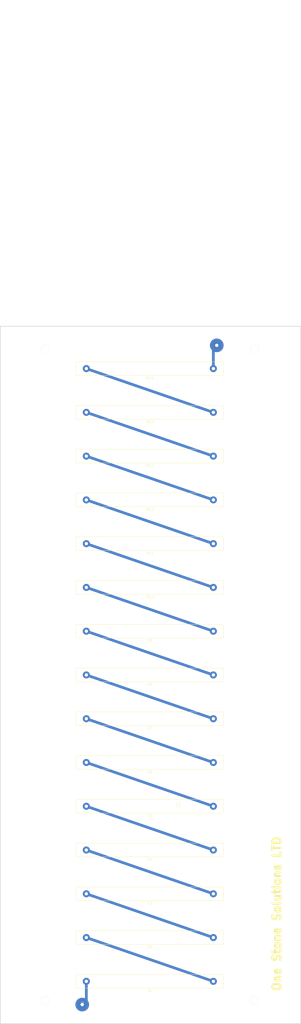
<source format=kicad_pcb>
(kicad_pcb (version 20240108) (generator "pcbnew") (generator_version "8.0")
  (layers (0 "F.Cu" signal) (31 "B.Cu" signal) (34 "B.Paste" user) (35 "F.Paste" user) (36 "B.SilkS" user "B.Silkscreen") (37 "F.SilkS" user "F.Silkscreen") (38 "B.Mask" user) (39 "F.Mask" user) (44 "Edge.Cuts" user))
  (net 0 "")
  (net 1 "Net-(J1-Pin_1)")
  (net 2 "Net-(J2-Pin_1)")
  (net 3 "Net-(R1-Pad1)")
  (net 4 "Net-(R2-Pad2)")
  (net 5 "Net-(R3-Pad1)")
  (net 6 "Net-(R4-Pad2)")
  (net 9 "Net-(R5-Pad1)")
  (net 10 "Net-(R6-Pad1)")
  (net 11 "Net-(R7-Pad2)")
  (net 12 "Net-(R8-Pad1)")
  (net 13 "Net-(R10-Pad2)")
  (net 14 "Net-(R10-Pad1)")
  (net 15 "Net-(R11-Pad1)")
  (net 16 "Net-(R12-Pad2)")
  (net 17 "Net-(R13-Pad1)")
  (net 18 "Net-(R14-Pad2)")
  (footprint "Custom:HVR82MY5010" (layer "F.Cu") (at 73 177 180)
    (property "Reference" "R6" (at 0 -3.5 0) (layer "F.SilkS") (effects (font (thickness 0.1))))
    (property "Value" "R")
    (fp_rect (start -27 -2.5) (end 27 2.5) (stroke (width 0.1)) (fill none) (layer "F.SilkS"))
    (pad "1" thru_hole circle (at -23.25 0 180) (size 2.6 2.6) (drill 1.2) (layers "*.Cu" "*.Mask") (net 10 "Net-(R6-Pad1)"))
    (pad "2" thru_hole circle (at 23.25 0 180) (size 2.6 2.6) (drill 1.2) (layers "*.Cu" "*.Mask") (net 9 "Net-(R5-Pad1)"))
  )
  (footprint "Custom:HVR82MY5010" (layer "F.Cu") (at 73 65 180)
    (property "Reference" "R13" (at 0 -3.5 0) (layer "F.SilkS") (effects (font (thickness 0.1))))
    (property "Value" "R")
    (fp_rect (start -27 -2.5) (end 27 2.5) (stroke (width 0.1)) (fill none) (layer "F.SilkS"))
    (pad "1" thru_hole circle (at -23.25 0 180) (size 2.6 2.6) (drill 1.2) (layers "*.Cu" "*.Mask") (net 17 "Net-(R13-Pad1)"))
    (pad "2" thru_hole circle (at 23.25 0 180) (size 2.6 2.6) (drill 1.2) (layers "*.Cu" "*.Mask") (net 16 "Net-(R12-Pad2)"))
  )
  (footprint "Custom:M3Hole" (layer "F.Cu") (at 111.25 264)
    (property "Reference" "J4" (hide yes))
    (property "Value" "Conn_01x01_Pin")
    (pad "1" thru_hole circle (at 0 0) (size 3.2 3.2) (drill 3.2) (layers "*.Cu" "*.Mask"))
  )
  (footprint "Custom:HVR82MY5010" (layer "F.Cu") (at 73 33 180)
    (property "Reference" "R15" (at 0 -3.5 0) (layer "F.SilkS") (effects (font (thickness 0.1))))
    (property "Value" "R")
    (fp_rect (start -27 -2.5) (end 27 2.5) (stroke (width 0.1)) (fill none) (layer "F.SilkS"))
    (pad "1" thru_hole circle (at -23.25 0 180) (size 2.6 2.6) (drill 1.2) (layers "*.Cu" "*.Mask") (net 2 "Net-(J2-Pin_1)"))
    (pad "2" thru_hole circle (at 23.25 0 180) (size 2.6 2.6) (drill 1.2) (layers "*.Cu" "*.Mask") (net 18 "Net-(R14-Pad2)"))
  )
  (footprint "Custom:VersatilePad" (layer "F.Cu") (at 97.5 -101.5)
    (property "Reference" "J2" (hide yes))
    (property "Value" "Conn_01x01_Pin" (hide yes))
    (pad "1" thru_hole circle (at 0 126) (size 5 5) (drill 1.2) (layers "*.Cu" "*.Mask") (net 2 "Net-(J2-Pin_1)"))
  )
  (footprint "Custom:HVR82MY5010" (layer "F.Cu") (at 73 49)
    (property "Reference" "R14" (at 0 3.5 0) (layer "F.SilkS") (effects (font (thickness 0.1))))
    (property "Value" "R")
    (fp_rect (start -27 -2.5) (end 27 2.5) (stroke (width 0.1)) (fill none) (layer "F.SilkS"))
    (pad "1" thru_hole circle (at -23.25 0) (size 2.6 2.6) (drill 1.2) (layers "*.Cu" "*.Mask") (net 17 "Net-(R13-Pad1)"))
    (pad "2" thru_hole circle (at 23.25 0) (size 2.6 2.6) (drill 1.2) (layers "*.Cu" "*.Mask") (net 18 "Net-(R14-Pad2)"))
  )
  (footprint "Custom:HVR82MY5010" (layer "F.Cu") (at 73 193 180)
    (property "Reference" "R5" (at 0 -3.5 0) (layer "F.SilkS") (effects (font (thickness 0.1))))
    (property "Value" "R")
    (fp_rect (start -27 -2.5) (end 27 2.5) (stroke (width 0.1)) (fill none) (layer "F.SilkS"))
    (pad "1" thru_hole circle (at -23.25 0 180) (size 2.6 2.6) (drill 1.2) (layers "*.Cu" "*.Mask") (net 9 "Net-(R5-Pad1)"))
    (pad "2" thru_hole circle (at 23.25 0 180) (size 2.6 2.6) (drill 1.2) (layers "*.Cu" "*.Mask") (net 6 "Net-(R4-Pad2)"))
  )
  (footprint "Custom:HVR82MY5010" (layer "F.Cu") (at 73 241)
    (property "Reference" "R2" (at 0 3.5 0) (layer "F.SilkS") (effects (font (thickness 0.1))))
    (property "Value" "R")
    (fp_rect (start -27 -2.5) (end 27 2.5) (stroke (width 0.1)) (fill none) (layer "F.SilkS"))
    (pad "1" thru_hole circle (at -23.25 0) (size 2.6 2.6) (drill 1.2) (layers "*.Cu" "*.Mask") (net 3 "Net-(R1-Pad1)"))
    (pad "2" thru_hole circle (at 23.25 0) (size 2.6 2.6) (drill 1.2) (layers "*.Cu" "*.Mask") (net 4 "Net-(R2-Pad2)"))
  )
  (footprint "Custom:HVR82MY5010" (layer "F.Cu") (at 73 209)
    (property "Reference" "R4" (at 0 3.5 0) (layer "F.SilkS") (effects (font (thickness 0.1))))
    (property "Value" "R")
    (fp_rect (start -27 -2.5) (end 27 2.5) (stroke (width 0.1)) (fill none) (layer "F.SilkS"))
    (pad "1" thru_hole circle (at -23.25 0) (size 2.6 2.6) (drill 1.2) (layers "*.Cu" "*.Mask") (net 5 "Net-(R3-Pad1)"))
    (pad "2" thru_hole circle (at 23.25 0) (size 2.6 2.6) (drill 1.2) (layers "*.Cu" "*.Mask") (net 6 "Net-(R4-Pad2)"))
  )
  (footprint "Custom:HVR82MY5010" (layer "F.Cu") (at 73 161)
    (property "Reference" "R7" (at 0 3.5 0) (layer "F.SilkS") (effects (font (thickness 0.1))))
    (property "Value" "R")
    (fp_rect (start -27 -2.5) (end 27 2.5) (stroke (width 0.1)) (fill none) (layer "F.SilkS"))
    (pad "1" thru_hole circle (at -23.25 0) (size 2.6 2.6) (drill 1.2) (layers "*.Cu" "*.Mask") (net 10 "Net-(R6-Pad1)"))
    (pad "2" thru_hole circle (at 23.25 0) (size 2.6 2.6) (drill 1.2) (layers "*.Cu" "*.Mask") (net 11 "Net-(R7-Pad2)"))
  )
  (footprint "Custom:VersatilePad" (layer "F.Cu") (at 48.25 265.5)
    (property "Reference" "J1" (at 0 -0.5 0) (layer "F.SilkS") (effects (font (thickness 0.1))))
    (property "Value" "Conn_01x01_Pin" (hide yes))
    (pad "1" thru_hole circle (at 0 0) (size 5 5) (drill 1.2) (layers "*.Cu" "*.Mask") (net 1 "Net-(J1-Pin_1)"))
  )
  (footprint "Custom:HVR82MY5010" (layer "F.Cu") (at 73 225 180)
    (property "Reference" "R3" (at 0 -3.5 0) (layer "F.SilkS") (effects (font (thickness 0.1))))
    (property "Value" "R")
    (fp_rect (start -27 -2.5) (end 27 2.5) (stroke (width 0.1)) (fill none) (layer "F.SilkS"))
    (pad "1" thru_hole circle (at -23.25 0 180) (size 2.6 2.6) (drill 1.2) (layers "*.Cu" "*.Mask") (net 5 "Net-(R3-Pad1)"))
    (pad "2" thru_hole circle (at 23.25 0 180) (size 2.6 2.6) (drill 1.2) (layers "*.Cu" "*.Mask") (net 4 "Net-(R2-Pad2)"))
  )
  (footprint "Custom:HVR82MY5010" (layer "F.Cu") (at 73 81)
    (property "Reference" "R12" (at 0 3.5 0) (layer "F.SilkS") (effects (font (thickness 0.1))))
    (property "Value" "R")
    (fp_rect (start -27 -2.5) (end 27 2.5) (stroke (width 0.1)) (fill none) (layer "F.SilkS"))
    (pad "1" thru_hole circle (at -23.25 0) (size 2.6 2.6) (drill 1.2) (layers "*.Cu" "*.Mask") (net 15 "Net-(R11-Pad1)"))
    (pad "2" thru_hole circle (at 23.25 0) (size 2.6 2.6) (drill 1.2) (layers "*.Cu" "*.Mask") (net 16 "Net-(R12-Pad2)"))
  )
  (footprint "Custom:HVR82MY5010" (layer "F.Cu") (at 73 113 180)
    (property "Reference" "R10" (at 0 -3.5 0) (layer "F.SilkS") (effects (font (thickness 0.1))))
    (property "Value" "R")
    (fp_rect (start -27 -2.5) (end 27 2.5) (stroke (width 0.1)) (fill none) (layer "F.SilkS"))
    (pad "1" thru_hole circle (at -23.25 0 180) (size 2.6 2.6) (drill 1.2) (layers "*.Cu" "*.Mask") (net 14 "Net-(R10-Pad1)"))
    (pad "2" thru_hole circle (at 23.25 0 180) (size 2.6 2.6) (drill 1.2) (layers "*.Cu" "*.Mask") (net 13 "Net-(R10-Pad2)"))
  )
  (footprint "Custom:HVR82MY5010" (layer "F.Cu") (at 73 97 180)
    (property "Reference" "R11" (at 0 -3.5 0) (layer "F.SilkS") (effects (font (thickness 0.1))))
    (property "Value" "R")
    (fp_rect (start -27 -2.5) (end 27 2.5) (stroke (width 0.1)) (fill none) (layer "F.SilkS"))
    (pad "1" thru_hole circle (at -23.25 0 180) (size 2.6 2.6) (drill 1.2) (layers "*.Cu" "*.Mask") (net 15 "Net-(R11-Pad1)"))
    (pad "2" thru_hole circle (at 23.25 0 180) (size 2.6 2.6) (drill 1.2) (layers "*.Cu" "*.Mask") (net 14 "Net-(R10-Pad1)"))
  )
  (footprint "Custom:HVR82MY5010" (layer "F.Cu") (at 73 129)
    (property "Reference" "R9" (at 0 3.5 0) (layer "F.SilkS") (effects (font (thickness 0.1))))
    (property "Value" "R")
    (fp_rect (start -27 -2.5) (end 27 2.5) (stroke (width 0.1)) (fill none) (layer "F.SilkS"))
    (pad "1" thru_hole circle (at -23.25 0) (size 2.6 2.6) (drill 1.2) (layers "*.Cu" "*.Mask") (net 12 "Net-(R8-Pad1)"))
    (pad "2" thru_hole circle (at 23.25 0) (size 2.6 2.6) (drill 1.2) (layers "*.Cu" "*.Mask") (net 13 "Net-(R10-Pad2)"))
  )
  (footprint "Custom:M3Hole" (layer "F.Cu") (at 34.75 264)
    (property "Reference" "J3" (hide yes))
    (property "Value" "Conn_01x01_Pin")
    (pad "1" thru_hole circle (at 0 0) (size 3.2 3.2) (drill 3.2) (layers "*.Cu" "*.Mask"))
  )
  (footprint "Custom:M3Hole" (layer "F.Cu") (at 34.75 26)
    (property "Reference" "J5" (hide yes))
    (property "Value" "Conn_01x01_Pin")
    (pad "1" thru_hole circle (at 0 0) (size 3.2 3.2) (drill 3.2) (layers "*.Cu" "*.Mask"))
  )
  (footprint "Custom:M3Hole" (layer "F.Cu") (at 111.25 26)
    (property "Reference" "J6" (hide yes))
    (property "Value" "Conn_01x01_Pin")
    (pad "1" thru_hole circle (at 0 0) (size 3.2 3.2) (drill 3.2) (layers "*.Cu" "*.Mask"))
  )
  (footprint "Custom:HVR82MY5010" (layer "F.Cu") (at 73 257 180)
    (property "Reference" "R1" (at -0.25 -3.5 0) (layer "F.SilkS") (effects (font (thickness 0.1))))
    (property "Value" "R")
    (fp_rect (start -27 -2.5) (end 27 2.5) (stroke (width 0.1)) (fill none) (layer "F.SilkS"))
    (pad "1" thru_hole circle (at -23.25 0 180) (size 2.6 2.6) (drill 1.2) (layers "*.Cu" "*.Mask") (net 3 "Net-(R1-Pad1)"))
    (pad "2" thru_hole circle (at 23.25 0 180) (size 2.6 2.6) (drill 1.2) (layers "*.Cu" "*.Mask") (net 1 "Net-(J1-Pin_1)"))
  )
  (footprint "Custom:HVR82MY5010" (layer "F.Cu") (at 73 145 180)
    (property "Reference" "R8" (at 0 -3.5 0) (layer "F.SilkS") (effects (font (thickness 0.1))))
    (property "Value" "R")
    (fp_rect (start -27 -2.5) (end 27 2.5) (stroke (width 0.1)) (fill none) (layer "F.SilkS"))
    (pad "1" thru_hole circle (at -23.25 0 180) (size 2.6 2.6) (drill 1.2) (layers "*.Cu" "*.Mask") (net 12 "Net-(R8-Pad1)"))
    (pad "2" thru_hole circle (at 23.25 0 180) (size 2.6 2.6) (drill 1.2) (layers "*.Cu" "*.Mask") (net 11 "Net-(R7-Pad2)"))
  )
  (gr_rect (start 18.25 17.5) (end 128.25 272.5) (stroke (width 0.2)) (fill none) (layer "Edge.Cuts"))
  (gr_text "J1" (at 82 193.5 0) (layer "F.SilkS") (effects (font (size 1.5 1.5) (thickness 0.1)) (justify left bottom)))
  (gr_text "One Stone Solutions LTD" (at 121.25 261 90) (layer "F.SilkS") (effects (font (size 3 3) (thickness 0.75) (bold yes)) (justify left bottom)))
  (segment (start 49.75 264.5) (end 49.75 257) (width 1) (layer "B.Cu") (net 1))
  (segment (start 48.75 265.5) (end 49.75 264.5) (width 1) (layer "B.Cu") (net 1))
  (segment (start 96.25 25.5) (end 97.25 24.5) (width 1) (layer "B.Cu") (net 2))
  (segment (start 96.25 33) (end 96.25 25.5) (width 1) (layer "B.Cu") (net 2))
  (segment (start 96.25 257) (end 49.75 241) (width 1) (layer "B.Cu") (net 3))
  (segment (start 96.25 241) (end 49.75 225) (width 1) (layer "B.Cu") (net 4))
  (segment (start 96.25 225) (end 49.75 209) (width 1) (layer "B.Cu") (net 5))
  (segment (start 96.25 209) (end 49.75 193) (width 1) (layer "B.Cu") (net 6))
  (segment (start 96.25 193) (end 49.75 177) (width 1) (layer "B.Cu") (net 9))
  (segment (start 96.25 177) (end 49.75 161) (width 1) (layer "B.Cu") (net 10))
  (segment (start 96.25 161) (end 49.75 145) (width 1) (layer "B.Cu") (net 11))
  (segment (start 96.25 145) (end 49.75 129) (width 1) (layer "B.Cu") (net 12))
  (segment (start 96.25 129) (end 49.75 113) (width 1) (layer "B.Cu") (net 13))
  (segment (start 96.25 113) (end 49.75 97) (width 1) (layer "B.Cu") (net 14))
  (segment (start 96.25 97) (end 49.75 81) (width 1) (layer "B.Cu") (net 15))
  (segment (start 96.25 81) (end 49.75 65) (width 1) (layer "B.Cu") (net 16))
  (segment (start 96.25 65) (end 49.75 49) (width 1) (layer "B.Cu") (net 17))
  (segment (start 96.25 49) (end 49.75 33) (width 1) (layer "B.Cu") (net 18))
)
</source>
